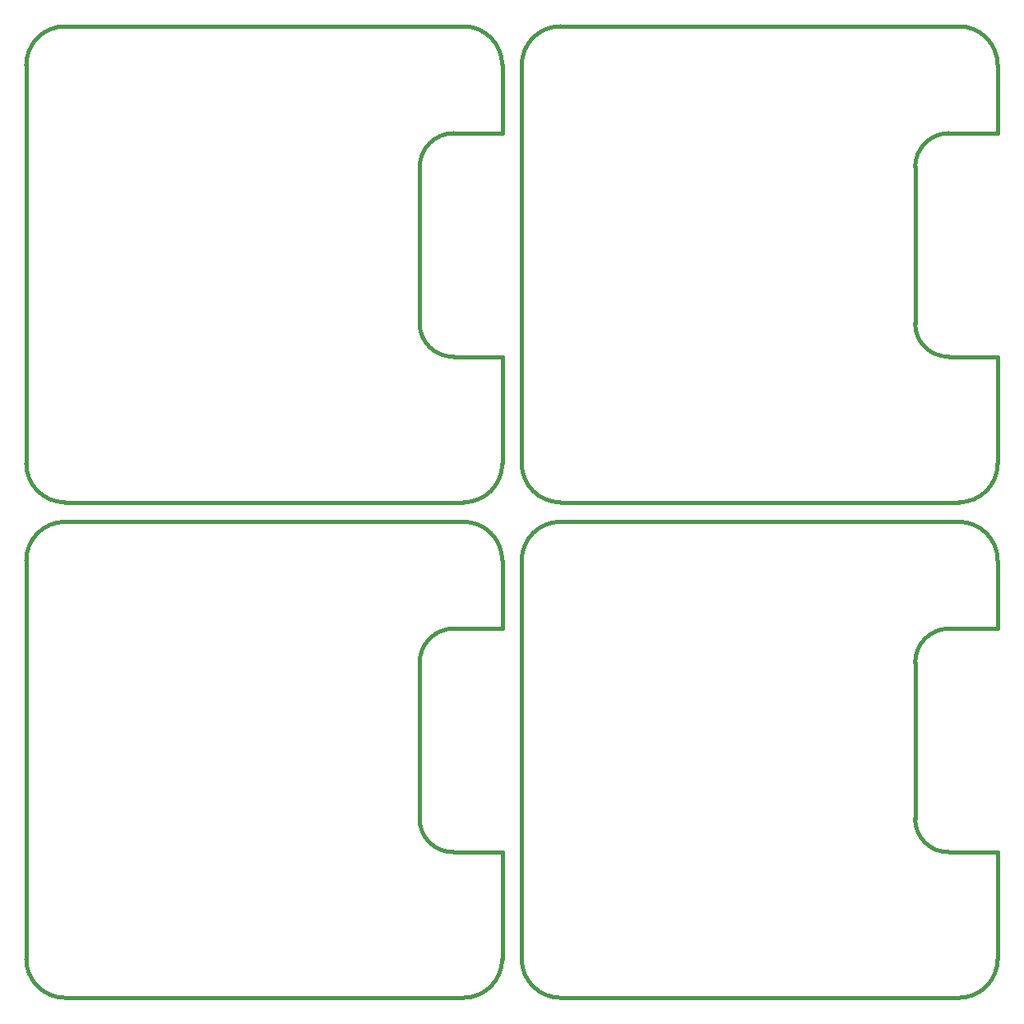
<source format=gm1>
%MOIN*%
%OFA0B0*%
%FSLAX46Y46*%
%IPPOS*%
%LPD*%
%ADD10C,0.015000000000000001*%
%ADD21C,0.015000000000000001*%
%ADD22C,0.015000000000000001*%
%ADD23C,0.015000000000000001*%
G01*
D10*
X0001929133Y0000590551D02*
X0001929133Y0000157480D01*
X0001929133Y0001771653D02*
X0001929133Y0001496062D01*
X0001594488Y0001358267D02*
X0001594420Y0000727134D01*
X0001594488Y0001358267D02*
G75*
G02*
X0001732283Y0001496062I0000137795D01*
G01*
X0001732283Y0000590551D02*
G75*
G02*
X0001594420Y0000727134I-0000003545J0000134289D01*
G01*
X0001732283Y0000590551D02*
X0001929133Y0000590551D01*
X0001929133Y0001496062D02*
X0001732283Y0001496062D01*
X0000000000Y0000157480D02*
X0000000000Y0001771653D01*
X0001771653Y0000000000D02*
X0000157480Y0000000000D01*
X0000157480Y0001929133D02*
X0001771653Y0001929133D01*
X0001771653Y0000000000D02*
G75*
G03*
X0001929133Y0000157480J0000157480D01*
G01*
X0001929133Y0001771653D02*
G75*
G03*
X0001771653Y0001929133I-0000157480D01*
G01*
X0000157480Y0001929133D02*
G75*
G03*
X0000000000Y0001771653J-0000157480D01*
G01*
X0000000000Y0000157480D02*
G75*
G03*
X0000157480Y0000000000I0000157480D01*
G01*
G04 next file*
G04 #@! TF.GenerationSoftware,KiCad,Pcbnew,(5.1.10)-1*
G04 #@! TF.CreationDate,2021-09-22T18:41:59-04:00*
G04 #@! TF.ProjectId,SD_CARD_X49,53445f43-4152-4445-9f58-34392e6b6963,1*
G04 #@! TF.SameCoordinates,Original*
G04 #@! TF.FileFunction,Profile,NP*
G04 Gerber Fmt 4.6, Leading zero omitted, Abs format (unit mm)*
G04 Created by KiCad (PCBNEW (5.1.10)-1) date 2021-09-22 18:41:59*
G01*
G04 APERTURE LIST*
G04 #@! TA.AperFunction,Profile*
G04 #@! TD*
G04 APERTURE END LIST*
D21*
X0003937007Y0000590551D02*
X0003937007Y0000157480D01*
X0003937007Y0001771653D02*
X0003937007Y0001496062D01*
X0003602362Y0001358267D02*
X0003602294Y0000727134D01*
X0003602362Y0001358267D02*
G75*
G02*
X0003740157Y0001496062I0000137795D01*
G01*
X0003740157Y0000590551D02*
G75*
G02*
X0003602294Y0000727134I-0000003545J0000134289D01*
G01*
X0003740157Y0000590551D02*
X0003937007Y0000590551D01*
X0003937007Y0001496062D02*
X0003740157Y0001496062D01*
X0002007874Y0000157480D02*
X0002007874Y0001771653D01*
X0003779527Y0000000000D02*
X0002165354Y0000000000D01*
X0002165354Y0001929133D02*
X0003779527Y0001929133D01*
X0003779527Y0000000000D02*
G75*
G03*
X0003937007Y0000157480J0000157480D01*
G01*
X0003937007Y0001771653D02*
G75*
G03*
X0003779527Y0001929133I-0000157480D01*
G01*
X0002165354Y0001929133D02*
G75*
G03*
X0002007874Y0001771653J-0000157480D01*
G01*
X0002007874Y0000157480D02*
G75*
G03*
X0002165354Y0000000000I0000157480D01*
G01*
G04 next file*
G04 #@! TF.GenerationSoftware,KiCad,Pcbnew,(5.1.10)-1*
G04 #@! TF.CreationDate,2021-09-22T18:41:59-04:00*
G04 #@! TF.ProjectId,SD_CARD_X49,53445f43-4152-4445-9f58-34392e6b6963,1*
G04 #@! TF.SameCoordinates,Original*
G04 #@! TF.FileFunction,Profile,NP*
G04 Gerber Fmt 4.6, Leading zero omitted, Abs format (unit mm)*
G04 Created by KiCad (PCBNEW (5.1.10)-1) date 2021-09-22 18:41:59*
G01*
G04 APERTURE LIST*
G04 #@! TA.AperFunction,Profile*
G04 #@! TD*
G04 APERTURE END LIST*
D22*
X0001929133Y0002598425D02*
X0001929133Y0002165354D01*
X0001929133Y0003779527D02*
X0001929133Y0003503937D01*
X0001594488Y0003366141D02*
X0001594420Y0002735008D01*
X0001594488Y0003366141D02*
G75*
G02*
X0001732283Y0003503937I0000137795D01*
G01*
X0001732283Y0002598425D02*
G75*
G02*
X0001594420Y0002735008I-0000003545J0000134289D01*
G01*
X0001732283Y0002598425D02*
X0001929133Y0002598425D01*
X0001929133Y0003503937D02*
X0001732283Y0003503937D01*
X0000000000Y0002165354D02*
X0000000000Y0003779527D01*
X0001771653Y0002007874D02*
X0000157480Y0002007874D01*
X0000157480Y0003937007D02*
X0001771653Y0003937007D01*
X0001771653Y0002007874D02*
G75*
G03*
X0001929133Y0002165354J0000157480D01*
G01*
X0001929133Y0003779527D02*
G75*
G03*
X0001771653Y0003937007I-0000157480D01*
G01*
X0000157480Y0003937007D02*
G75*
G03*
X0000000000Y0003779527J-0000157480D01*
G01*
X0000000000Y0002165354D02*
G75*
G03*
X0000157480Y0002007874I0000157480D01*
G01*
G04 next file*
G04 #@! TF.GenerationSoftware,KiCad,Pcbnew,(5.1.10)-1*
G04 #@! TF.CreationDate,2021-09-22T18:41:59-04:00*
G04 #@! TF.ProjectId,SD_CARD_X49,53445f43-4152-4445-9f58-34392e6b6963,1*
G04 #@! TF.SameCoordinates,Original*
G04 #@! TF.FileFunction,Profile,NP*
G04 Gerber Fmt 4.6, Leading zero omitted, Abs format (unit mm)*
G04 Created by KiCad (PCBNEW (5.1.10)-1) date 2021-09-22 18:41:59*
G01*
G04 APERTURE LIST*
G04 #@! TA.AperFunction,Profile*
G04 #@! TD*
G04 APERTURE END LIST*
D23*
X0003937007Y0002598425D02*
X0003937007Y0002165354D01*
X0003937007Y0003779527D02*
X0003937007Y0003503937D01*
X0003602362Y0003366141D02*
X0003602294Y0002735008D01*
X0003602362Y0003366141D02*
G75*
G02*
X0003740157Y0003503937I0000137795D01*
G01*
X0003740157Y0002598425D02*
G75*
G02*
X0003602294Y0002735008I-0000003545J0000134289D01*
G01*
X0003740157Y0002598425D02*
X0003937007Y0002598425D01*
X0003937007Y0003503937D02*
X0003740157Y0003503937D01*
X0002007874Y0002165354D02*
X0002007874Y0003779527D01*
X0003779527Y0002007874D02*
X0002165354Y0002007874D01*
X0002165354Y0003937007D02*
X0003779527Y0003937007D01*
X0003779527Y0002007874D02*
G75*
G03*
X0003937007Y0002165354J0000157480D01*
G01*
X0003937007Y0003779527D02*
G75*
G03*
X0003779527Y0003937007I-0000157480D01*
G01*
X0002165354Y0003937007D02*
G75*
G03*
X0002007874Y0003779527J-0000157480D01*
G01*
X0002007874Y0002165354D02*
G75*
G03*
X0002165354Y0002007874I0000157480D01*
G01*
M02*
</source>
